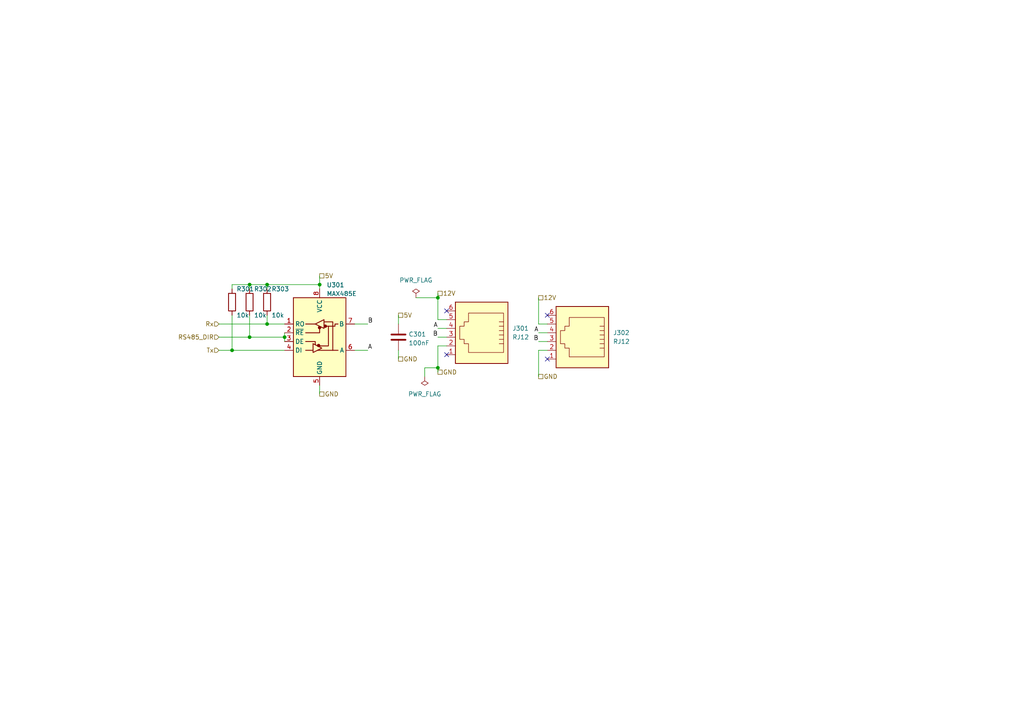
<source format=kicad_sch>
(kicad_sch (version 20230121) (generator eeschema)
  (paper "A4")
  (lib_symbols
    (symbol "Device:C" (pin_numbers hide) (pin_names (offset 0.254))
      (property "Reference" "C" (at 0.635 2.54 0))
      (property "Value" "C" (at 0.635 -2.54 0))
      (symbol "C_0_1"
        (polyline (pts (xy -2.032 -0.762) (xy 2.032 -0.762)) (stroke (width 0.508)))
        (polyline (pts (xy -2.032 0.762) (xy 2.032 0.762)) (stroke (width 0.508)))
      )
      (symbol "C_1_1"
        (pin passive line (at 0 3.81 270) (length 2.794) (name "~") (number "1"))
        (pin passive line (at 0 -3.81 90) (length 2.794) (name "~") (number "2"))
      )
    )
    (symbol "Device:R" (pin_numbers hide) (pin_names (offset 0))
      (property "Reference" "R" (at 2.032 0 90))
      (property "Value" "R" (at 0 0 90))
      (symbol "R_0_1"
        (rectangle (start -1.016 -2.54) (end 1.016 2.54) (stroke (width 0.254)))
      )
      (symbol "R_1_1"
        (pin passive line (at 0 3.81 270) (length 1.27) (name "~") (number "1"))
        (pin passive line (at 0 -3.81 90) (length 1.27) (name "~") (number "2"))
      )
    )
    (symbol "Interface_UART:MAX485E"
      (property "Reference" "U" (at -6.096 11.43 0))
      (property "Value" "MAX485E" (at 0.762 11.43 0))
      (symbol "MAX485E_0_1"
        (rectangle (start -7.62 10.16) (end 7.62 -12.7) (stroke (width 0.254)) (fill (type background)))
        (circle (center -0.3048 -3.683) (radius 0.3556) (stroke (width 0.254)) (fill (type outline)))
        (circle (center -0.0254 1.4986) (radius 0.3556) (stroke (width 0.254)) (fill (type outline)))
        (polyline (pts (xy -4.064 -5.08) (xy -1.905 -5.08)) (stroke (width 0.254)))
        (polyline (pts (xy -4.064 2.54) (xy -1.27 2.54)) (stroke (width 0.254)))
        (polyline (pts (xy -1.27 -3.2004) (xy -1.27 -3.4544)) (stroke (width 0.254)))
        (polyline (pts (xy -0.635 -5.08) (xy 5.334 -5.08)) (stroke (width 0.254)))
        (polyline (pts (xy -4.064 -2.54) (xy -1.27 -2.54) (xy -1.27 -3.175)) (stroke (width 0.254)))
        (polyline (pts (xy 0 1.27) (xy 0 0) (xy -4.064 0)) (stroke (width 0.254)))
        (polyline (pts (xy 1.27 3.175) (xy 3.81 3.175) (xy 3.81 -5.08)) (stroke (width 0.254)))
        (polyline (pts (xy 2.54 1.905) (xy 2.54 -3.81) (xy 0 -3.81)) (stroke (width 0.254)))
        (polyline (pts (xy -1.905 -3.175) (xy -1.905 -5.715) (xy 0.635 -4.445) (xy -1.905 -3.175)) (stroke (width 0.254)))
        (polyline (pts (xy -1.27 2.54) (xy 1.27 3.81) (xy 1.27 1.27) (xy -1.27 2.54)) (stroke (width 0.254)))
        (polyline (pts (xy 1.905 1.905) (xy 4.445 1.905) (xy 4.445 2.54) (xy 5.334 2.54)) (stroke (width 0.254)))
        (rectangle (start 1.27 3.175) (end 1.27 3.175))
        (circle (center 1.651 1.905) (radius 0.3556) (stroke (width 0.254)) (fill (type outline)))
      )
      (symbol "MAX485E_1_1"
        (pin output line (at -10.16 2.54 0) (length 2.54) (name "RO") (number "1"))
        (pin input line (at -10.16 0 0) (length 2.54) (name "~{RE}") (number "2"))
        (pin input line (at -10.16 -2.54 0) (length 2.54) (name "DE") (number "3"))
        (pin input line (at -10.16 -5.08 0) (length 2.54) (name "DI") (number "4"))
        (pin power_in line (at 0 -15.24 90) (length 2.54) (name "GND") (number "5"))
        (pin bidirectional line (at 10.16 -5.08 180) (length 2.54) (name "A") (number "6"))
        (pin bidirectional line (at 10.16 2.54 180) (length 2.54) (name "B") (number "7"))
        (pin power_in line (at 0 12.7 270) (length 2.54) (name "VCC") (number "8"))
      )
    )
    (symbol "custom_kicad_lib_sk:RJ12" (pin_names (offset 1.016))
      (property "Reference" "J" (at -5.08 11.43 0))
      (property "Value" "RJ12" (at 2.54 11.43 0))
      (symbol "RJ12_0_1"
        (polyline (pts (xy -6.35 -1.905) (xy -5.08 -1.905) (xy -5.08 -1.905)))
        (polyline (pts (xy -6.35 -0.635) (xy -5.08 -0.635) (xy -5.08 -0.635)))
        (polyline (pts (xy -6.35 0.635) (xy -5.08 0.635) (xy -5.08 0.635)))
        (polyline (pts (xy -6.35 1.905) (xy -5.08 1.905) (xy -5.08 1.905)))
        (polyline (pts (xy -6.35 3.175) (xy -5.08 3.175) (xy -5.08 3.175)))
        (polyline (pts (xy -5.08 4.445) (xy -6.35 4.445) (xy -6.35 4.445)))
        (polyline (pts (xy -6.35 -4.445) (xy -6.35 6.985) (xy 3.81 6.985) (xy 3.81 4.445) (xy 5.08 4.445) (xy 5.08 3.175) (xy 6.35 3.175) (xy 6.35 -0.635) (xy 5.08 -0.635) (xy 5.08 -1.905) (xy 3.81 -1.905) (xy 3.81 -4.445) (xy -6.35 -4.445) (xy -6.35 -4.445)))
        (rectangle (start 7.62 10.16) (end -7.62 -7.62) (stroke (width 0.254)) (fill (type background)))
      )
      (symbol "RJ12_1_1"
        (pin passive line (at 10.16 -5.08 180) (length 2.54) (name "~") (number "1"))
        (pin passive line (at 10.16 -2.54 180) (length 2.54) (name "~") (number "2"))
        (pin passive line (at 10.16 0 180) (length 2.54) (name "~") (number "3"))
        (pin passive line (at 10.16 2.54 180) (length 2.54) (name "~") (number "4"))
        (pin passive line (at 10.16 5.08 180) (length 2.54) (name "~") (number "5"))
        (pin passive line (at 10.16 7.62 180) (length 2.54) (name "~") (number "6"))
      )
    )
    (symbol "power:PWR_FLAG" (power) (pin_numbers hide) (pin_names (offset 0) hide)
      (property "Value" "PWR_FLAG" (at 0 3.81 0))
      (symbol "PWR_FLAG_0_0"
        (pin power_out line (at 0 0 90) (length 0) (name "pwr") (number "1"))
      )
      (symbol "PWR_FLAG_0_1"
        (polyline (pts (xy 0 0) (xy 0 1.27) (xy -1.016 1.905) (xy 0 2.54) (xy 1.016 1.905) (xy 0 1.27)))
      )
    )
  )
  (junction (at 72.39 97.79))
  (junction (at 77.47 82.55))
  (junction (at 82.55 97.79))
  (junction (at 92.71 82.55))
  (junction (at 72.39 82.55))
  (junction (at 127 106.68))
  (junction (at 77.47 93.98))
  (junction (at 67.31 101.6))
  (junction (at 127 86.36))
  (no_connect (at 129.54 90.17))
  (no_connect (at 158.75 91.44))
  (no_connect (at 158.75 104.14))
  (no_connect (at 129.54 102.87))
  (wire (pts (xy 102.87 101.6) (xy 106.68 101.6)))
  (wire (pts (xy 156.21 109.22) (xy 156.21 101.6)))
  (wire (pts (xy 115.57 101.6) (xy 115.57 104.14)))
  (wire (pts (xy 63.5 97.79) (xy 72.39 97.79)))
  (wire (pts (xy 63.5 93.98) (xy 77.47 93.98)))
  (wire (pts (xy 67.31 91.44) (xy 67.31 101.6)))
  (wire (pts (xy 129.54 95.25) (xy 127 95.25)))
  (wire (pts (xy 92.71 80.01) (xy 92.71 82.55)))
  (wire (pts (xy 77.47 82.55) (xy 77.47 83.82)))
  (wire (pts (xy 72.39 82.55) (xy 77.47 82.55)))
  (wire (pts (xy 67.31 82.55) (xy 72.39 82.55)))
  (wire (pts (xy 82.55 97.79) (xy 82.55 99.06)))
  (wire (pts (xy 129.54 97.79) (xy 127 97.79)))
  (wire (pts (xy 115.57 91.44) (xy 115.57 93.98)))
  (wire (pts (xy 92.71 111.76) (xy 92.71 114.3)))
  (wire (pts (xy 102.87 93.98) (xy 106.68 93.98)))
  (wire (pts (xy 72.39 91.44) (xy 72.39 97.79)))
  (wire (pts (xy 123.19 109.22) (xy 123.19 106.68)))
  (wire (pts (xy 77.47 82.55) (xy 92.71 82.55)))
  (wire (pts (xy 127 85.09) (xy 127 86.36)))
  (wire (pts (xy 123.19 106.68) (xy 127 106.68)))
  (wire (pts (xy 67.31 101.6) (xy 82.55 101.6)))
  (wire (pts (xy 72.39 82.55) (xy 72.39 83.82)))
  (wire (pts (xy 127 100.33) (xy 129.54 100.33)))
  (wire (pts (xy 77.47 93.98) (xy 82.55 93.98)))
  (wire (pts (xy 127 107.95) (xy 127 106.68)))
  (wire (pts (xy 63.5 101.6) (xy 67.31 101.6)))
  (wire (pts (xy 158.75 93.98) (xy 156.21 93.98)))
  (wire (pts (xy 82.55 96.52) (xy 82.55 97.79)))
  (wire (pts (xy 72.39 97.79) (xy 82.55 97.79)))
  (wire (pts (xy 158.75 96.52) (xy 156.21 96.52)))
  (wire (pts (xy 127 106.68) (xy 127 100.33)))
  (wire (pts (xy 158.75 99.06) (xy 156.21 99.06)))
  (wire (pts (xy 77.47 91.44) (xy 77.47 93.98)))
  (wire (pts (xy 67.31 82.55) (xy 67.31 83.82)))
  (wire (pts (xy 120.65 86.36) (xy 127 86.36)))
  (wire (pts (xy 129.54 92.71) (xy 127 92.71)))
  (wire (pts (xy 92.71 82.55) (xy 92.71 83.82)))
  (wire (pts (xy 127 86.36) (xy 127 92.71)))
  (wire (pts (xy 156.21 86.36) (xy 156.21 93.98)))
  (wire (pts (xy 156.21 101.6) (xy 158.75 101.6)))
  (label "B" (at 127 97.79 180))
  (label "A" (at 106.68 101.6 0))
  (label "A" (at 156.21 96.52 180))
  (label "B" (at 106.68 93.98 0))
  (label "B" (at 156.21 99.06 180))
  (label "A" (at 127 95.25 180))
  (hierarchical_label "RS485_DIR" (shape input) (at 63.5 97.79 180))
  (hierarchical_label "GND" (shape passive) (at 127 107.95 0))
  (hierarchical_label "GND" (shape passive) (at 156.21 109.22 0))
  (hierarchical_label "Rx" (shape input) (at 63.5 93.98 180))
  (hierarchical_label "12V" (shape passive) (at 156.21 86.36 0))
  (hierarchical_label "GND" (shape passive) (at 92.71 114.3 0))
  (hierarchical_label "GND" (shape passive) (at 115.57 104.14 0))
  (hierarchical_label "Tx" (shape input) (at 63.5 101.6 180))
  (hierarchical_label "12V" (shape passive) (at 127 85.09 0))
  (hierarchical_label "5V" (shape passive) (at 115.57 91.44 0))
  (hierarchical_label "5V" (shape passive) (at 92.71 80.01 0))
  (symbol (lib_id "Device:R") (at 67.31 87.63 0) (unit 1)
    (property "Reference" "R301" (at 68.58 83.82 0) (effects (justify left)))
    (property "Value" "10k" (at 68.58 91.44 0) (effects (justify left)))
    (property "Footprint" "Resistor_SMD:R_0402_1005Metric" (effects hide))
    (property "JLCPCB Part#" "C25744" (effects hide))
    (instances (project "XnetBlockUnit" (path "" (reference "R301") (unit 1))) (project "general_schematics" (path "" (reference "R4") (unit 1))))
  )
  (symbol (lib_id "custom_kicad_lib_sk:RJ12") (at 139.7 97.79 0) (mirror y) (unit 1)
    (property "Reference" "J301" (at 148.59 95.25 0) (effects (justify right)))
    (property "Value" "RJ12" (at 148.59 97.79 0) (effects (justify right)))
    (property "Footprint" "custom_kicad_lib_sk:RJ12" (effects hide))
  )
  (symbol (lib_id "Device:R") (at 77.47 87.63 0) (unit 1)
    (property "Reference" "R303" (at 78.74 83.82 0) (effects (justify left)))
    (property "Value" "10k" (at 78.74 91.44 0) (effects (justify left)))
    (property "Footprint" "Resistor_SMD:R_0402_1005Metric" (effects hide))
    (property "JLCPCB Part#" "C25744" (effects hide))
    (instances (project "XnetBlockUnit" (path "" (reference "R303") (unit 1))) (project "general_schematics" (path "" (reference "R6") (unit 1))))
  )
  (symbol (lib_id "Interface_UART:MAX485E") (at 92.71 96.52 0) (unit 1)
    (property "Reference" "U301" (at 94.7294 82.6602 0) (effects (justify left)))
    (property "Value" "MAX485E" (at 94.7294 85.1971 0) (effects (justify left)))
    (property "Footprint" "Package_SO:SOIC-8_3.9x4.9mm_P1.27mm" (effects hide))
    (property "Datasheet" "https://datasheets.maximintegrated.com/en/ds/MAX1487E-MAX491E.pdf" (effects hide))
    (property "JLCPCB Part#" "C668206" (effects hide))
    (instances (project "XnetBlockUnit" (path "" (reference "U301") (unit 1))) (project "general_schematics" (path "" (reference "U3") (unit 1))))
  )
  (symbol (lib_id "power:PWR_FLAG") (at 123.19 109.22 180) (unit 1)
    (property "Reference" "#FLG0302" (effects hide))
    (property "Value" "PWR_FLAG" (at 123.19 114.3 0))
  )
  (symbol (lib_id "custom_kicad_lib_sk:RJ12") (at 168.91 99.06 0) (mirror y) (unit 1)
    (property "Reference" "J302" (at 177.8 96.52 0) (effects (justify right)))
    (property "Value" "RJ12" (at 177.8 99.06 0) (effects (justify right)))
    (property "Footprint" "custom_kicad_lib_sk:RJ12" (effects hide))
  )
  (symbol (lib_id "Device:R") (at 72.39 87.63 0) (unit 1)
    (property "Reference" "R302" (at 73.66 83.82 0) (effects (justify left)))
    (property "Value" "10k" (at 73.66 91.44 0) (effects (justify left)))
    (property "Footprint" "Resistor_SMD:R_0402_1005Metric" (effects hide))
    (property "JLCPCB Part#" "C25744" (effects hide))
    (instances (project "XnetBlockUnit" (path "" (reference "R302") (unit 1))) (project "general_schematics" (path "" (reference "R5") (unit 1))))
  )
  (symbol (lib_id "power:PWR_FLAG") (at 120.65 86.36 0) (unit 1)
    (property "Reference" "#FLG0301" (effects hide))
    (property "Value" "PWR_FLAG" (at 120.65 81.28 0))
  )
  (symbol (lib_id "Device:C") (at 115.57 97.79 0) (unit 1)
    (property "Reference" "C301" (at 118.491 96.9553 0) (effects (justify left)))
    (property "Value" "100nF" (at 118.491 99.4922 0) (effects (justify left)))
    (property "Footprint" "Capacitor_SMD:C_0603_1608Metric" (effects hide))
    (property "JLCPCB Part#" "C14663" (effects hide))
    (instances (project "XnetBlockUnit" (path "" (reference "C301") (unit 1))) (project "general_schematics" (path "" (reference "C3") (unit 1))))
  )
)
</source>
